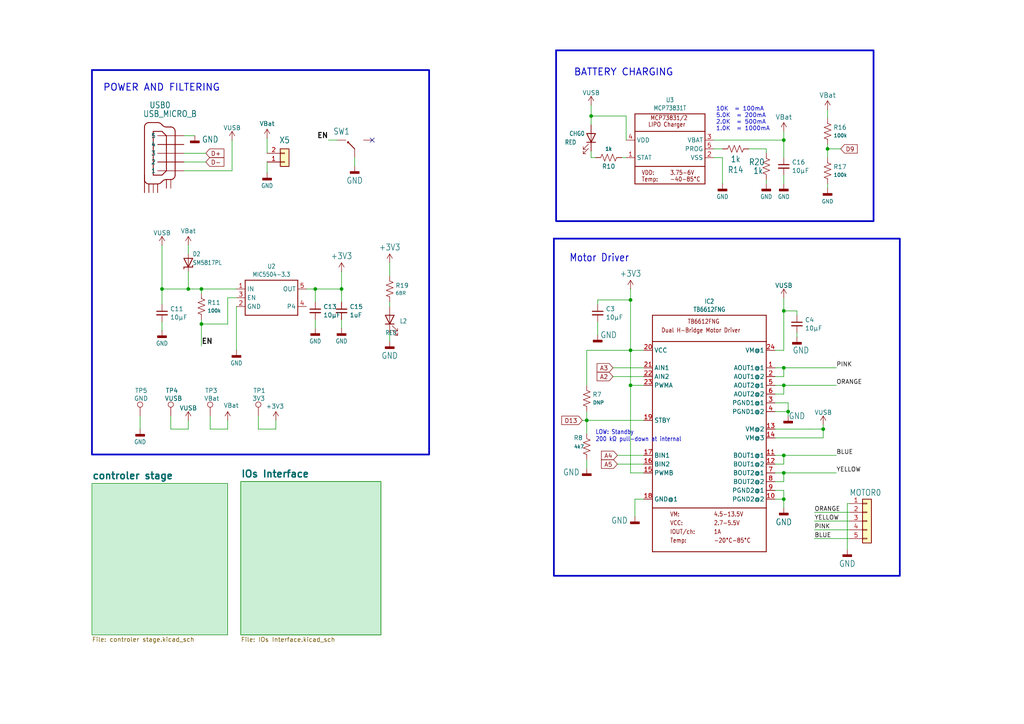
<source format=kicad_sch>
(kicad_sch (version 20250114) (generator "eeschema") (generator_version "9.0")
  (paper "A4")
  (lib_symbols
    (symbol "Connector:TestPoint" (pin_numbers (hide yes)) (pin_names (offset 0.762) (hide yes))
      (property "Reference" "TP" (at 0 6.858 0))
      (property "Value" "TestPoint" (at 0 5.08 0))
      (symbol "TestPoint_0_1"
        (circle (center 0 3.302) (radius 0.762))
      )
      (symbol "TestPoint_1_1"
        (pin passive line (at 0 0 90) (length 2.54) (name "1") (number "1"))
      )
    )
    (symbol "Connector_Generic:Conn_01x02" (pin_names (offset 1.016) (hide yes))
      (property "Reference" "J" (at 0 2.54 0))
      (property "Value" "Conn_01x02" (at 0 -5.08 0))
      (symbol "Conn_01x02_1_1"
        (rectangle (start -1.27 1.27) (end 1.27 -3.81) (stroke (width 0.254)) (fill (type background)))
        (rectangle (start -1.27 0.127) (end 0 -0.127) (stroke (width 0.1524)))
        (rectangle (start -1.27 -2.413) (end 0 -2.667) (stroke (width 0.1524)))
        (pin passive line (at -5.08 0 0) (length 3.81) (name "Pin_1") (number "1"))
        (pin passive line (at -5.08 -2.54 0) (length 3.81) (name "Pin_2") (number "2"))
      )
    )
    (symbol "Connector_Generic:Conn_01x05" (pin_names (offset 1.016) (hide yes))
      (property "Reference" "J" (at 0 7.62 0))
      (property "Value" "Conn_01x05" (at 0 -7.62 0))
      (symbol "Conn_01x05_1_1"
        (rectangle (start -1.27 6.35) (end 1.27 -6.35) (stroke (width 0.254)) (fill (type background)))
        (rectangle (start -1.27 5.207) (end 0 4.953) (stroke (width 0.1524)))
        (rectangle (start -1.27 2.667) (end 0 2.413) (stroke (width 0.1524)))
        (rectangle (start -1.27 0.127) (end 0 -0.127) (stroke (width 0.1524)))
        (rectangle (start -1.27 -2.413) (end 0 -2.667) (stroke (width 0.1524)))
        (rectangle (start -1.27 -4.953) (end 0 -5.207) (stroke (width 0.1524)))
        (pin passive line (at -5.08 5.08 0) (length 3.81) (name "Pin_1") (number "1"))
        (pin passive line (at -5.08 2.54 0) (length 3.81) (name "Pin_2") (number "2"))
        (pin passive line (at -5.08 0 0) (length 3.81) (name "Pin_3") (number "3"))
        (pin passive line (at -5.08 -2.54 0) (length 3.81) (name "Pin_4") (number "4"))
        (pin passive line (at -5.08 -5.08 0) (length 3.81) (name "Pin_5") (number "5"))
      )
    )
    (symbol "Device:C_Small" (pin_numbers (hide yes)) (pin_names (offset 0.254) (hide yes))
      (property "Reference" "C" (at 0.254 1.778 0))
      (property "Value" "C_Small" (at 0.254 -2.032 0))
      (symbol "C_Small_0_1"
        (polyline (pts (xy -1.524 0.508) (xy 1.524 0.508)) (stroke (width 0.3048)))
        (polyline (pts (xy -1.524 -0.508) (xy 1.524 -0.508)) (stroke (width 0.3302)))
      )
      (symbol "C_Small_1_1"
        (pin passive line (at 0 2.54 270) (length 2.032) (name "~") (number "1"))
        (pin passive line (at 0 -2.54 90) (length 2.032) (name "~") (number "2"))
      )
    )
    (symbol "Device:LED" (pin_numbers (hide yes)) (pin_names (offset 1.016) (hide yes))
      (property "Reference" "D" (at 0 2.54 0))
      (property "Value" "LED" (at 0 -2.54 0))
      (symbol "LED_0_1"
        (polyline (pts (xy -3.048 -0.762) (xy -4.572 -2.286) (xy -3.81 -2.286) (xy -4.572 -2.286) (xy -4.572 -1.524)))
        (polyline (pts (xy -1.778 -0.762) (xy -3.302 -2.286) (xy -2.54 -2.286) (xy -3.302 -2.286) (xy -3.302 -1.524)))
        (polyline (pts (xy -1.27 0) (xy 1.27 0)))
        (polyline (pts (xy -1.27 -1.27) (xy -1.27 1.27)) (stroke (width 0.254)))
        (polyline (pts (xy 1.27 -1.27) (xy 1.27 1.27) (xy -1.27 0) (xy 1.27 -1.27)) (stroke (width 0.254)))
      )
      (symbol "LED_1_1"
        (pin passive line (at -3.81 0 0) (length 2.54) (name "K") (number "1"))
        (pin passive line (at 3.81 0 180) (length 2.54) (name "A") (number "2"))
      )
    )
    (symbol "Device:R_US" (pin_numbers (hide yes)) (pin_names (offset 0))
      (property "Reference" "R" (at 2.54 0 90))
      (property "Value" "R_US" (at -2.54 0 90))
      (symbol "R_US_0_1"
        (polyline (pts (xy 0 2.286) (xy 0 2.54)))
        (polyline (pts (xy 0 2.286) (xy 1.016 1.905) (xy 0 1.524) (xy -1.016 1.143) (xy 0 0.762)))
        (polyline (pts (xy 0 0.762) (xy 1.016 0.381) (xy 0 0) (xy -1.016 -0.381) (xy 0 -0.762)))
        (polyline (pts (xy 0 -0.762) (xy 1.016 -1.143) (xy 0 -1.524) (xy -1.016 -1.905) (xy 0 -2.286)))
        (polyline (pts (xy 0 -2.286) (xy 0 -2.54)))
      )
      (symbol "R_US_1_1"
        (pin passive line (at 0 3.81 270) (length 1.27) (name "~") (number "1"))
        (pin passive line (at 0 -3.81 90) (length 1.27) (name "~") (number "2"))
      )
    )
    (symbol "FED3 SymbLib:DIODE-SCHOTTKYSOD-123"
      (property "Reference" "D" (at 0 2.54 0))
      (symbol "DIODE-SCHOTTKYSOD-123_1_0"
        (polyline (pts (xy -1.27 1.27) (xy -1.27 -1.27)) (stroke (width 0.254)))
        (polyline (pts (xy -1.27 -1.27) (xy 1.27 0)) (stroke (width 0.254)))
        (polyline (pts (xy 1.27 1.27) (xy 0.762 1.27)) (stroke (width 0.254)))
        (polyline (pts (xy 1.27 1.27) (xy 1.27 0)) (stroke (width 0.254)))
        (polyline (pts (xy 1.27 0) (xy -1.27 1.27)) (stroke (width 0.254)))
        (polyline (pts (xy 1.27 0) (xy 1.27 -1.27)) (stroke (width 0.254)))
        (polyline (pts (xy 1.27 -1.27) (xy 1.778 -1.27)) (stroke (width 0.254)))
        (pin passive line (at -2.54 0 0) (length 2.54) (name "A") (number "2"))
        (pin passive line (at 2.54 0 180) (length 2.54) (name "K") (number "1"))
      )
    )
    (symbol "FED3 SymbLib:MCP73831/2"
      (property "Reference" "U" (at -10.16 11.43 0))
      (symbol "MCP73831/2_1_0"
        (polyline (pts (xy -10.16 10.16) (xy -10.16 5.08)) (stroke (width 0.254)))
        (polyline (pts (xy -10.16 10.16) (xy 10.16 10.16)) (stroke (width 0.254)))
        (polyline (pts (xy -10.16 5.08) (xy 10.16 5.08)) (stroke (width 0.254)))
        (polyline (pts (xy -10.16 -5.08) (xy -10.16 5.08)) (stroke (width 0.254)))
        (polyline (pts (xy -10.16 -5.08) (xy -10.16 -10.16)) (stroke (width 0.254)))
        (polyline (pts (xy 10.16 10.16) (xy 10.16 5.08)) (stroke (width 0.254)))
        (polyline (pts (xy 10.16 5.08) (xy 10.16 -5.08)) (stroke (width 0.254)))
        (polyline (pts (xy 10.16 -5.08) (xy -10.16 -5.08)) (stroke (width 0.254)))
        (polyline (pts (xy 10.16 -5.08) (xy 10.16 -10.16)) (stroke (width 0.254)))
        (polyline (pts (xy 10.16 -10.16) (xy -10.16 -10.16)) (stroke (width 0.254)))
        (text "VDD:" (at -8.255 -7.62 0) (effects (font (size 1.27 1.0795)) (justify left bottom)))
        (text "Temp:" (at -8.255 -9.525 0) (effects (font (size 1.27 1.0795)) (justify left bottom)))
        (text "LIPO Charger" (at -6.35 6.35 0) (effects (font (size 1.27 1.0795)) (justify left bottom)))
        (text "MCP73831/2" (at -5.715 8.255 0) (effects (font (size 1.27 1.0795)) (justify left bottom)))
        (text "3.75-6V" (at 0 -7.62 0) (effects (font (size 1.27 1.0795)) (justify left bottom)))
        (text "-40-85°C" (at 0 -9.525 0) (effects (font (size 1.27 1.0795)) (justify left bottom)))
        (pin power_in line (at -12.7 2.54 0) (length 2.54) (name "VDD") (number "4"))
        (pin output line (at -12.7 -2.54 0) (length 2.54) (name "STAT") (number "1"))
        (pin power_in line (at 12.7 2.54 180) (length 2.54) (name "VBAT") (number "3"))
        (pin input line (at 12.7 0 180) (length 2.54) (name "PROG") (number "5"))
        (pin power_in line (at 12.7 -2.54 180) (length 2.54) (name "VSS") (number "2"))
      )
    )
    (symbol "FED3 SymbLib:SSSS811101"
      (symbol "SSSS811101_1_0"
        (circle (center -1.905 -0.635) (radius 0.0567) (stroke (width 0.254)))
        (polyline (pts (xy 0 -2.54) (xy -1.905 -0.635)) (stroke (width 0.254)))
        (pin bidirectional line (at -5.08 0 0) (length 2.54) (name "1") (number "1"))
        (pin bidirectional line (at -5.08 -3.81 90) (length 2.54) (hide yes) (name "SHIELD@1") (number "SHIELD@1"))
        (pin bidirectional line (at -3.81 -3.81 90) (length 2.54) (hide yes) (name "SHIELD@2") (number "SHIELD@2"))
        (pin bidirectional line (at -2.54 -3.81 90) (length 2.54) (hide yes) (name "SHIELD@3") (number "SHIELD@3"))
        (pin bidirectional line (at -1.27 -3.81 90) (length 2.54) (hide yes) (name "SHIELD@4") (number "SHIELD@4"))
        (pin bidirectional line (at 0 -5.08 90) (length 2.54) (name "2") (number "2"))
        (pin bidirectional line (at 5.08 0 180) (length 2.54) (name "3") (number "3"))
      )
    )
    (symbol "FED3 SymbLib:TB6612FNGSSOP"
      (property "Reference" "U" (at -15.24 35.56 0))
      (symbol "TB6612FNGSSOP_1_0"
        (polyline (pts (xy -15.24 33.02) (xy 17.78 33.02)) (stroke (width 0.254)))
        (polyline (pts (xy -15.24 25.4) (xy -15.24 33.02)) (stroke (width 0.254)))
        (polyline (pts (xy -15.24 25.4) (xy 17.78 25.4)) (stroke (width 0.254)))
        (polyline (pts (xy -15.24 -22.86) (xy -15.24 25.4)) (stroke (width 0.254)))
        (polyline (pts (xy -15.24 -22.86) (xy -15.24 -35.56)) (stroke (width 0.254)))
        (polyline (pts (xy -15.24 -35.56) (xy 17.78 -35.56)) (stroke (width 0.254)))
        (polyline (pts (xy 17.78 33.02) (xy 17.78 25.4)) (stroke (width 0.254)))
        (polyline (pts (xy 17.78 25.4) (xy 17.78 -22.86)) (stroke (width 0.254)))
        (polyline (pts (xy 17.78 -22.86) (xy -15.24 -22.86)) (stroke (width 0.254)))
        (polyline (pts (xy 17.78 -35.56) (xy 17.78 -22.86)) (stroke (width 0.254)))
        (text "Dual H-Bridge Motor Driver" (at -12.7 27.94 0) (effects (font (size 1.27 1.0795)) (justify left bottom)))
        (text "VM:" (at -10.16 -25.4 0) (effects (font (size 1.27 1.0795)) (justify left bottom)))
        (text "VCC:" (at -10.16 -27.94 0) (effects (font (size 1.27 1.0795)) (justify left bottom)))
        (text "IOUT/ch:" (at -10.16 -30.48 0) (effects (font (size 1.27 1.0795)) (justify left bottom)))
        (text "Temp:" (at -10.16 -33.02 0) (effects (font (size 1.27 1.0795)) (justify left bottom)))
        (text "TB6612FNG" (at -5.08 30.48 0) (effects (font (size 1.27 1.0795)) (justify left bottom)))
        (text "4.5-13.5V" (at 2.54 -25.4 0) (effects (font (size 1.27 1.0795)) (justify left bottom)))
        (text "2.7-5.5V" (at 2.54 -27.94 0) (effects (font (size 1.27 1.0795)) (justify left bottom)))
        (text "1A" (at 2.54 -30.48 0) (effects (font (size 1.27 1.0795)) (justify left bottom)))
        (text "-20°C-85°C" (at 2.54 -33.02 0) (effects (font (size 1.27 1.0795)) (justify left bottom)))
        (pin power_in line (at -17.78 22.86 0) (length 2.54) (name "VCC") (number "20"))
        (pin input line (at -17.78 17.78 0) (length 2.54) (name "AIN1") (number "21"))
        (pin input line (at -17.78 15.24 0) (length 2.54) (name "AIN2") (number "22"))
        (pin input line (at -17.78 12.7 0) (length 2.54) (name "PWMA") (number "23"))
        (pin input line (at -17.78 2.54 0) (length 2.54) (name "STBY") (number "19"))
        (pin input line (at -17.78 -7.62 0) (length 2.54) (name "BIN1") (number "17"))
        (pin input line (at -17.78 -10.16 0) (length 2.54) (name "BIN2") (number "16"))
        (pin input line (at -17.78 -12.7 0) (length 2.54) (name "PWMB") (number "15"))
        (pin power_in line (at -17.78 -20.32 0) (length 2.54) (name "GND@1") (number "18"))
        (pin power_in line (at 20.32 22.86 180) (length 2.54) (name "VM@1") (number "24"))
        (pin output line (at 20.32 17.78 180) (length 2.54) (name "AOUT1@1") (number "1"))
        (pin output line (at 20.32 15.24 180) (length 2.54) (name "AOUT1@2") (number "2"))
        (pin output line (at 20.32 12.7 180) (length 2.54) (name "AOUT2@1") (number "5"))
        (pin output line (at 20.32 10.16 180) (length 2.54) (name "AOUT2@2") (number "6"))
        (pin power_in line (at 20.32 7.62 180) (length 2.54) (name "PGND1@1") (number "3"))
        (pin power_in line (at 20.32 5.08 180) (length 2.54) (name "PGND1@2") (number "4"))
        (pin power_in line (at 20.32 0 180) (length 2.54) (name "VM@2") (number "13"))
        (pin power_in line (at 20.32 -2.54 180) (length 2.54) (name "VM@3") (number "14"))
        (pin output line (at 20.32 -7.62 180) (length 2.54) (name "BOUT1@1") (number "11"))
        (pin output line (at 20.32 -10.16 180) (length 2.54) (name "BOUT1@2") (number "12"))
        (pin output line (at 20.32 -12.7 180) (length 2.54) (name "BOUT2@1") (number "7"))
        (pin output line (at 20.32 -15.24 180) (length 2.54) (name "BOUT2@2") (number "8"))
        (pin power_in line (at 20.32 -17.78 180) (length 2.54) (name "PGND2@1") (number "9"))
        (pin power_in line (at 20.32 -20.32 180) (length 2.54) (name "PGND2@2") (number "10"))
      )
    )
    (symbol "FED3 SymbLib:USB_MICRO_B"
      (symbol "USB_MICRO_B_1_0"
        (polyline (pts (xy -6.35 7.62) (xy -6.35 -7.62)) (stroke (width 0.254)))
        (polyline (pts (xy -5.08 8.89) (xy -2.54 8.89)) (stroke (width 0.254)))
        (polyline (pts (xy -5.08 -8.89) (xy -2.54 -8.89)) (stroke (width 0.254)))
        (arc (start -6.35 7.62) (mid -5.978 8.518) (end -5.08 8.89) (stroke (width 0.254)))
        (arc (start -5.08 -8.89) (mid -5.978 -8.518) (end -6.35 -7.62) (stroke (width 0.254)))
        (polyline (pts (xy -3.81 6.35) (xy -1.27 6.35)) (stroke (width 0.254)))
        (polyline (pts (xy -3.81 -6.35) (xy -3.81 6.35)) (stroke (width 0.254)))
        (arc (start -2.54 8.89) (mid -1.83 8.7224) (end -1.2699 8.255) (stroke (width 0.254)))
        (arc (start -1.2699 -8.255) (mid -1.83 -8.7224) (end -2.54 -8.89) (stroke (width 0.254)))
        (polyline (pts (xy -1.27 6.35) (xy 0 5.08)) (stroke (width 0.254)))
        (polyline (pts (xy -1.27 -6.35) (xy -3.81 -6.35)) (stroke (width 0.254)))
        (arc (start 0 7.62) (mid -0.71 7.7876) (end -1.27 8.255) (stroke (width 0.254)))
        (arc (start -1.27 -8.255) (mid -0.71 -7.7876) (end 0 -7.62) (stroke (width 0.254)))
        (polyline (pts (xy 0 7.62) (xy 1.27 7.62)) (stroke (width 0.254)))
        (polyline (pts (xy 0 5.08) (xy 0 -5.08)) (stroke (width 0.254)))
        (polyline (pts (xy 0 -5.08) (xy -1.27 -6.35)) (stroke (width 0.254)))
        (polyline (pts (xy 0 -7.62) (xy 1.27 -7.62)) (stroke (width 0.254)))
        (arc (start 1.27 7.62) (mid 2.168 7.248) (end 2.54 6.35) (stroke (width 0.254)))
        (arc (start 2.54 -6.35) (mid 2.168 -7.248) (end 1.27 -7.62) (stroke (width 0.254)))
        (polyline (pts (xy 2.54 -6.35) (xy 2.54 6.35)) (stroke (width 0.254)))
        (pin bidirectional line (at -6.35 -11.43 90) (length 5.08) (name "P$4") (number "SHIELD_4"))
        (pin bidirectional line (at -5.08 -11.43 90) (length 2.54) (name "P$3") (number "SHIELD_2"))
        (pin bidirectional line (at -3.81 -11.43 90) (length 2.54) (name "P$2") (number "SHIELD_1"))
        (pin bidirectional line (at -2.54 -11.43 90) (length 2.54) (name "P$1") (number "SHIELD_3"))
        (pin bidirectional line (at 0 -10.16 90) (length 2.54) (name "P$6") (number "P$7"))
        (pin bidirectional line (at 1.27 -10.16 90) (length 2.54) (name "P$5") (number "P$6"))
        (pin bidirectional line (at 5.08 5.08 180) (length 7.62) (name "5") (number "P$5"))
        (pin bidirectional line (at 5.08 2.54 180) (length 7.62) (name "4") (number "P$4"))
        (pin bidirectional line (at 5.08 0 180) (length 7.62) (name "3") (number "P$3"))
        (pin bidirectional line (at 5.08 -2.54 180) (length 7.62) (name "2") (number "P$2"))
        (pin bidirectional line (at 5.08 -5.08 180) (length 7.62) (name "1") (number "P$1"))
      )
    )
    (symbol "FED3 SymbLib:VREG_SOT23-5"
      (property "Reference" "U" (at -7.62 6.096 0))
      (symbol "VREG_SOT23-5_1_0"
        (polyline (pts (xy -7.62 5.08) (xy 7.62 5.08)) (stroke (width 0.254)))
        (polyline (pts (xy -7.62 -5.08) (xy -7.62 5.08)) (stroke (width 0.254)))
        (polyline (pts (xy 7.62 5.08) (xy 7.62 -5.08)) (stroke (width 0.254)))
        (polyline (pts (xy 7.62 -5.08) (xy -7.62 -5.08)) (stroke (width 0.254)))
        (pin power_in line (at -10.16 2.54 0) (length 2.54) (name "IN") (number "1"))
        (pin input line (at -10.16 0 0) (length 2.54) (name "EN") (number "3"))
        (pin power_in line (at -10.16 -2.54 0) (length 2.54) (name "GND") (number "2"))
        (pin power_in line (at 10.16 2.54 180) (length 2.54) (name "OUT") (number "5"))
        (pin bidirectional line (at 10.16 -2.54 180) (length 2.54) (name "P4") (number "4"))
      )
    )
    (symbol "FED3 SymbLib:VUSB" (power) (pin_numbers (hide yes)) (pin_names (offset 0) (hide yes))
      (property "Value" "VUSB" (at 0 3.556 0))
      (symbol "VUSB_0_1"
        (polyline (pts (xy -0.762 1.27) (xy 0 2.54)))
        (polyline (pts (xy 0 2.54) (xy 0.762 1.27)))
        (polyline (pts (xy 0 0) (xy 0 2.54)))
      )
      (symbol "VUSB_1_1"
        (pin power_in line (at 0 0 90) (length 0) (name "~") (number "1"))
      )
    )
    (symbol "FED3 SymbLib:V_Batt" (power) (pin_numbers (hide yes)) (pin_names (offset 0) (hide yes))
      (property "Value" "V_Batt" (at 0 3.556 0))
      (symbol "V_Batt_0_1"
        (polyline (pts (xy -0.762 1.27) (xy 0 2.54)))
        (polyline (pts (xy 0 2.54) (xy 0.762 1.27)))
        (polyline (pts (xy 0 0) (xy 0 2.54)))
      )
      (symbol "V_Batt_1_1"
        (pin power_in line (at 0 0 90) (length 0) (name "~") (number "1"))
      )
    )
    (symbol "FED3_v7.3 SymLib:VUSB" (power) (pin_numbers (hide yes)) (pin_names (offset 0) (hide yes))
      (property "Value" "VUSB" (at 0 3.556 0))
      (symbol "VUSB_0_1"
        (polyline (pts (xy -0.762 1.27) (xy 0 2.54)))
        (polyline (pts (xy 0 2.54) (xy 0.762 1.27)))
        (polyline (pts (xy 0 0) (xy 0 2.54)))
      )
      (symbol "VUSB_1_1"
        (pin power_in line (at 0 0 90) (length 0) (name "~") (number "1"))
      )
    )
    (symbol "power:+3V3" (power) (pin_numbers (hide yes)) (pin_names (offset 0) (hide yes))
      (property "Value" "+3V3" (at 0 3.556 0))
      (symbol "+3V3_0_1"
        (polyline (pts (xy -0.762 1.27) (xy 0 2.54)))
        (polyline (pts (xy 0 2.54) (xy 0.762 1.27)))
        (polyline (pts (xy 0 0) (xy 0 2.54)))
      )
      (symbol "+3V3_1_1"
        (pin power_in line (at 0 0 90) (length 0) (name "~") (number "1"))
      )
    )
    (symbol "power:GNDD" (power) (pin_numbers (hide yes)) (pin_names (offset 0) (hide yes))
      (property "Value" "GNDD" (at 0 -3.175 0))
      (symbol "GNDD_0_1"
        (rectangle (start -1.27 -1.524) (end 1.27 -2.032) (stroke (width 0.254)) (fill (type outline)))
        (polyline (pts (xy 0 0) (xy 0 -1.524)))
      )
      (symbol "GNDD_1_1"
        (pin power_in line (at 0 0 270) (length 0) (name "~") (number "1"))
      )
    )
  )
  (rectangle (start 161.29 14.605) (end 253.365 64.135) (stroke (width 0.5)))
  (rectangle (start 160.655 69.215) (end 260.985 167.005) (stroke (width 0.5)))
  (rectangle (start 26.67 20.32) (end 124.46 131.826) (stroke (width 0.5)))
  (text "Motor Driver" (at 165.1 76.2 0) (effects (font (size 2.1844 1.8567) (thickness 0.2321)) (justify left bottom)))
  (text "POWER AND FILTERING" (at 29.845 26.67 0) (effects (font (size 2 2) (thickness 0.25)) (justify left bottom)))
  (text "5.0K  = 200mA" (at 207.645 34.29 0) (effects (font (size 1.2 1.2)) (justify left bottom)))
  (text "BATTERY CHARGING" (at 166.37 22.225 0) (effects (font (size 2 2) (thickness 0.25)) (justify left bottom)))
  (text "2.0K  = 500mA" (at 207.645 36.195 0) (effects (font (size 1.2 1.2)) (justify left bottom)))
  (text "1.0K  = 1000mA" (at 207.645 38.1 0) (effects (font (size 1.2 1.2)) (justify left bottom)))
  (text "10K  = 100mA" (at 207.645 32.385 0) (effects (font (size 1.2 1.2)) (justify left bottom)))
  (text "LOW: Standby\n200 kΩ pull-down at internal" (at 172.72 128.27 0) (effects (font (size 1.27 1.0795)) (justify left bottom)))
  (junction (at 227.33 137.16))
  (junction (at 58.42 93.98))
  (junction (at 240.03 43.18))
  (junction (at 170.18 121.92))
  (junction (at 227.33 40.64))
  (junction (at 228.6 119.38))
  (junction (at 182.88 111.76))
  (junction (at 227.33 106.68))
  (junction (at 227.33 111.76))
  (junction (at 99.06 83.82))
  (junction (at 46.99 83.82))
  (junction (at 91.44 83.82))
  (junction (at 58.42 83.82))
  (junction (at 238.76 124.46))
  (junction (at 182.88 86.995))
  (junction (at 182.88 101.6))
  (junction (at 227.33 132.08))
  (junction (at 54.61 83.82))
  (junction (at 227.33 144.78))
  (junction (at 227.33 90.17))
  (junction (at 171.45 33.655))
  (no_connect (at 107.95 40.64))
  (wire (pts (xy 224.79 124.46) (xy 234.95 124.46)) (stroke (width 0.1524)))
  (wire (pts (xy 228.6 116.84) (xy 228.6 119.38)) (stroke (width 0.1524)))
  (wire (pts (xy 171.45 33.655) (xy 181.61 33.655)) (stroke (width 0.1524)))
  (wire (pts (xy 224.79 114.3) (xy 227.33 114.3)) (stroke (width 0.1524)))
  (wire (pts (xy 77.47 50.165) (xy 77.47 46.99)) (stroke (width 0.1524)))
  (wire (pts (xy 58.42 83.82) (xy 68.58 83.82)) (stroke (width 0.1524)))
  (wire (pts (xy 224.79 127) (xy 238.76 127)) (stroke (width 0.1524)))
  (wire (pts (xy 54.61 71.12) (xy 54.61 73.66)) (stroke (width 0.1524)))
  (wire (pts (xy 60.96 120.65) (xy 60.96 124.46)))
  (wire (pts (xy 60.96 124.46) (xy 66.04 124.46)))
  (wire (pts (xy 184.15 147.32) (xy 184.15 149.86)))
  (wire (pts (xy 182.88 86.995) (xy 182.88 83.82)) (stroke (width 0.1524)))
  (wire (pts (xy 80.01 124.46) (xy 80.01 121.92)))
  (wire (pts (xy 97.79 40.64) (xy 95.25 40.64)) (stroke (width 0.1524)))
  (wire (pts (xy 102.87 45.72) (xy 102.87 48.26)) (stroke (width 0.1524)))
  (wire (pts (xy 224.79 109.22) (xy 227.33 109.22)) (stroke (width 0.1524)))
  (wire (pts (xy 46.99 93.345) (xy 46.99 95.885)) (stroke (width 0.1524)))
  (wire (pts (xy 227.33 40.64) (xy 227.33 45.72)) (stroke (width 0.1524)))
  (wire (pts (xy 171.45 36.195) (xy 171.45 33.655)) (stroke (width 0.1524)))
  (wire (pts (xy 231.14 91.44) (xy 231.14 90.17)) (stroke (width 0.1524)))
  (wire (pts (xy 246.38 153.67) (xy 236.22 153.67)) (stroke (width 0.1524)))
  (wire (pts (xy 91.44 83.82) (xy 99.06 83.82)) (stroke (width 0.1524)))
  (wire (pts (xy 58.42 85.09) (xy 58.42 83.82)))
  (wire (pts (xy 227.33 106.68) (xy 242.57 106.68)) (stroke (width 0.1524)))
  (wire (pts (xy 209.55 45.72) (xy 209.55 53.34)) (stroke (width 0.1524)))
  (wire (pts (xy 227.33 132.08) (xy 242.57 132.08)) (stroke (width 0.1524)))
  (wire (pts (xy 227.33 139.7) (xy 227.33 137.16)) (stroke (width 0.1524)))
  (wire (pts (xy 91.44 92.71) (xy 91.44 95.25)) (stroke (width 0.1524)))
  (wire (pts (xy 227.33 38.1) (xy 227.33 40.64)))
  (wire (pts (xy 186.69 132.08) (xy 179.07 132.08)) (stroke (width 0.1524)))
  (wire (pts (xy 182.88 111.76) (xy 182.88 137.16)) (stroke (width 0.1524)))
  (wire (pts (xy 55.88 83.82) (xy 58.42 83.82)))
  (wire (pts (xy 170.18 133.35) (xy 170.18 135.89)) (stroke (width 0.1524)))
  (wire (pts (xy 238.76 123.19) (xy 238.76 124.46)))
  (wire (pts (xy 40.64 120.65) (xy 40.64 124.46)))
  (wire (pts (xy 207.01 45.72) (xy 209.55 45.72)) (stroke (width 0.1524)))
  (wire (pts (xy 227.33 90.17) (xy 227.33 101.6)) (stroke (width 0.1524)))
  (wire (pts (xy 59.69 44.45) (xy 53.34 44.45)))
  (wire (pts (xy 91.44 85.09) (xy 91.44 83.82)) (stroke (width 0.1524)))
  (wire (pts (xy 227.33 144.78) (xy 227.33 147.32)) (stroke (width 0.1524)))
  (wire (pts (xy 240.03 53.34) (xy 240.03 54.61)))
  (wire (pts (xy 99.06 83.82) (xy 99.06 85.09)) (stroke (width 0.1524)))
  (wire (pts (xy 238.76 124.46) (xy 238.76 127)))
  (wire (pts (xy 168.91 121.92) (xy 170.18 121.92)) (stroke (width 0.1524)))
  (wire (pts (xy 186.69 111.76) (xy 182.88 111.76)) (stroke (width 0.1524)))
  (wire (pts (xy 227.33 90.17) (xy 231.14 90.17)) (stroke (width 0.1524)))
  (wire (pts (xy 173.355 88.265) (xy 173.355 86.995)) (stroke (width 0.1524)))
  (wire (pts (xy 224.79 106.68) (xy 227.33 106.68)) (stroke (width 0.1524)))
  (wire (pts (xy 171.45 43.815) (xy 171.45 45.72)) (stroke (width 0.1524)))
  (wire (pts (xy 99.06 85.09) (xy 99.06 87.63)))
  (wire (pts (xy 222.25 44.45) (xy 222.25 43.18)))
  (wire (pts (xy 173.355 86.995) (xy 182.88 86.995)) (stroke (width 0.1524)))
  (wire (pts (xy 74.93 120.65) (xy 74.93 124.46)))
  (wire (pts (xy 246.38 156.21) (xy 236.22 156.21)) (stroke (width 0.1524)))
  (wire (pts (xy 224.79 119.38) (xy 228.6 119.38)) (stroke (width 0.1524)))
  (wire (pts (xy 228.6 119.38) (xy 228.6 120.65)) (stroke (width 0.1524)))
  (wire (pts (xy 99.06 92.71) (xy 99.06 95.25)) (stroke (width 0.1524)))
  (wire (pts (xy 170.18 119.38) (xy 170.18 121.92)) (stroke (width 0.1524)))
  (wire (pts (xy 113.03 76.2) (xy 113.03 80.01)) (stroke (width 0.1524)))
  (wire (pts (xy 227.33 40.64) (xy 207.01 40.64)) (stroke (width 0.1524)))
  (wire (pts (xy 243.84 43.18) (xy 240.03 43.18)))
  (wire (pts (xy 246.38 151.13) (xy 236.22 151.13)) (stroke (width 0.1524)))
  (wire (pts (xy 224.79 137.16) (xy 227.33 137.16)) (stroke (width 0.1524)))
  (wire (pts (xy 227.33 111.76) (xy 227.33 114.3)) (stroke (width 0.1524)))
  (wire (pts (xy 246.38 146.05) (xy 245.745 146.05)) (stroke (width 0.1524)))
  (wire (pts (xy 91.44 85.09) (xy 91.44 87.63)))
  (wire (pts (xy 186.69 109.22) (xy 177.8 109.22)) (stroke (width 0.1524)))
  (wire (pts (xy 186.69 134.62) (xy 179.07 134.62)) (stroke (width 0.1524)))
  (wire (pts (xy 74.93 124.46) (xy 80.01 124.46)))
  (wire (pts (xy 67.31 40.64) (xy 67.31 49.53)) (stroke (width 0.1524)))
  (wire (pts (xy 227.33 86.36) (xy 227.33 90.17)) (stroke (width 0.1524)))
  (wire (pts (xy 66.04 124.46) (xy 66.04 121.92)))
  (wire (pts (xy 170.18 101.6) (xy 182.88 101.6)) (stroke (width 0.1524)))
  (wire (pts (xy 224.79 139.7) (xy 227.33 139.7)) (stroke (width 0.1524)))
  (wire (pts (xy 224.79 142.24) (xy 227.33 142.24)) (stroke (width 0.1524)))
  (wire (pts (xy 58.42 92.71) (xy 58.42 93.98)) (stroke (width 0.1524)))
  (wire (pts (xy 180.34 45.72) (xy 181.61 45.72)) (stroke (width 0.1524)))
  (wire (pts (xy 224.79 144.78) (xy 227.33 144.78)) (stroke (width 0.1524)))
  (wire (pts (xy 231.14 96.52) (xy 231.14 97.79)))
  (wire (pts (xy 59.69 46.99) (xy 53.34 46.99)))
  (wire (pts (xy 238.76 124.46) (xy 234.95 124.46)))
  (wire (pts (xy 227.33 142.24) (xy 227.33 144.78)) (stroke (width 0.1524)))
  (wire (pts (xy 99.06 83.82) (xy 99.06 78.74)) (stroke (width 0.1524)))
  (wire (pts (xy 171.45 30.48) (xy 171.45 33.655)) (stroke (width 0.1524)))
  (wire (pts (xy 227.33 111.76) (xy 242.57 111.76)) (stroke (width 0.1524)))
  (wire (pts (xy 77.47 40.005) (xy 77.47 44.45)) (stroke (width 0.1524)))
  (wire (pts (xy 170.18 121.92) (xy 170.18 125.73)) (stroke (width 0.1524)))
  (wire (pts (xy 224.79 132.08) (xy 227.33 132.08)) (stroke (width 0.1524)))
  (wire (pts (xy 66.04 93.98) (xy 66.04 86.36)) (stroke (width 0.1524)))
  (wire (pts (xy 186.69 101.6) (xy 182.88 101.6)) (stroke (width 0.1524)))
  (wire (pts (xy 68.58 88.9) (xy 68.58 101.6)) (stroke (width 0.1524)))
  (wire (pts (xy 46.99 71.12) (xy 46.99 83.82)) (stroke (width 0.1524)))
  (wire (pts (xy 227.33 101.6) (xy 224.79 101.6)))
  (wire (pts (xy 170.18 121.92) (xy 186.69 121.92)) (stroke (width 0.1524)))
  (wire (pts (xy 222.25 52.07) (xy 222.25 53.34)))
  (wire (pts (xy 224.79 134.62) (xy 227.33 134.62)) (stroke (width 0.1524)))
  (wire (pts (xy 228.6 116.84) (xy 224.79 116.84)) (stroke (width 0.1524)))
  (wire (pts (xy 224.79 111.76) (xy 227.33 111.76)) (stroke (width 0.1524)))
  (wire (pts (xy 182.88 101.6) (xy 182.88 111.76)) (stroke (width 0.1524)))
  (wire (pts (xy 58.42 93.98) (xy 66.04 93.98)) (stroke (width 0.1524)))
  (wire (pts (xy 54.61 124.46) (xy 54.61 121.92)))
  (wire (pts (xy 227.33 106.68) (xy 227.33 109.22)) (stroke (width 0.1524)))
  (wire (pts (xy 182.88 101.6) (xy 182.88 86.995)) (stroke (width 0.1524)))
  (wire (pts (xy 173.355 93.345) (xy 173.355 97.155)) (stroke (width 0.1524)))
  (wire (pts (xy 49.53 120.65) (xy 49.53 124.46)))
  (wire (pts (xy 46.99 83.82) (xy 46.99 88.265)) (stroke (width 0.1524)))
  (wire (pts (xy 246.38 148.59) (xy 236.22 148.59)) (stroke (width 0.1524)))
  (wire (pts (xy 186.69 106.68) (xy 177.8 106.68)) (stroke (width 0.1524)))
  (wire (pts (xy 227.33 134.62) (xy 227.33 132.08)) (stroke (width 0.1524)))
  (wire (pts (xy 240.03 43.18) (xy 240.03 41.91)))
  (wire (pts (xy 240.03 31.75) (xy 240.03 34.29)))
  (wire (pts (xy 66.04 86.36) (xy 68.58 86.36)) (stroke (width 0.1524)))
  (wire (pts (xy 54.61 78.74) (xy 54.61 83.82)) (stroke (width 0.1524)))
  (wire (pts (xy 67.31 49.53) (xy 53.34 49.53)) (stroke (width 0.1524)))
  (wire (pts (xy 171.45 45.72) (xy 172.72 45.72)) (stroke (width 0.1524)))
  (wire (pts (xy 222.25 43.18) (xy 217.17 43.18)))
  (wire (pts (xy 181.61 33.655) (xy 181.61 40.64)) (stroke (width 0.1524)))
  (wire (pts (xy 186.69 137.16) (xy 182.88 137.16)) (stroke (width 0.1524)))
  (wire (pts (xy 56.515 39.37) (xy 53.34 39.37)) (stroke (width 0.1524)))
  (wire (pts (xy 186.69 144.78) (xy 184.15 144.78)) (stroke (width 0.1524)))
  (wire (pts (xy 88.9 83.82) (xy 91.44 83.82)) (stroke (width 0.1524)))
  (wire (pts (xy 46.99 83.82) (xy 54.61 83.82)) (stroke (width 0.1524)))
  (wire (pts (xy 184.15 144.78) (xy 184.15 147.32)) (stroke (width 0.1524)))
  (wire (pts (xy 170.18 101.6) (xy 170.18 111.76)) (stroke (width 0.1524)))
  (wire (pts (xy 207.01 43.18) (xy 209.55 43.18)) (stroke (width 0.1524)))
  (wire (pts (xy 227.33 137.16) (xy 242.57 137.16)) (stroke (width 0.1524)))
  (wire (pts (xy 240.03 43.18) (xy 240.03 45.72)))
  (wire (pts (xy 58.42 93.98) (xy 58.42 100.33)) (stroke (width 0.1524)))
  (wire (pts (xy 113.03 87.63) (xy 113.03 88.9)) (stroke (width 0.1524)))
  (wire (pts (xy 54.61 83.82) (xy 55.88 83.82)) (stroke (width 0.1524)))
  (wire (pts (xy 245.745 146.05) (xy 245.745 159.385)))
  (wire (pts (xy 227.33 50.8) (xy 227.33 53.34)))
  (wire (pts (xy 49.53 124.46) (xy 54.61 124.46)))
  (wire (pts (xy 113.03 96.52) (xy 113.03 99.06)) (stroke (width 0.1524)))
  (label "ORANGE" (at 242.57 111.76 0) (effects (font (size 1.2446 1.2446))))
  (label "BLUE" (at 242.57 132.08 0) (effects (font (size 1.2446 1.2446))))
  (label "EN" (at 95.25 40.64 180) (effects (font (size 1.5 1.5) (thickness 0.3) (bold yes))))
  (label "ORANGE" (at 236.22 148.59 0) (effects (font (size 1.2446 1.2446))))
  (label "EN" (at 58.42 100.33 0) (effects (font (size 1.5 1.5) (thickness 0.3) (bold yes))))
  (label "YELLOW" (at 242.57 137.16 0) (effects (font (size 1.2446 1.2446))))
  (label "YELLOW" (at 236.22 151.13 0) (effects (font (size 1.2446 1.2446))))
  (label "BLUE" (at 236.22 156.21 0) (effects (font (size 1.2446 1.2446))))
  (label "PINK" (at 242.57 106.68 0) (effects (font (size 1.2446 1.2446))))
  (label "PINK" (at 236.22 153.67 0) (effects (font (size 1.2446 1.2446))))
  (global_label "A4" (shape input) (at 179.07 132.08 180) (effects (font (size 1.2446 1.2446))) (property "Intersheetrefs" "${INTERSHEET_REFS}" (effects (hide yes))))
  (global_label "A3" (shape input) (at 177.8 106.68 180) (effects (font (size 1.2446 1.2446))) (property "Intersheetrefs" "${INTERSHEET_REFS}" (effects (hide yes))))
  (global_label "D+" (shape input) (at 59.69 44.45 0) (property "Intersheetrefs" "${INTERSHEET_REFS}" (effects (hide yes))))
  (global_label "A2" (shape input) (at 177.8 109.22 180) (effects (font (size 1.2446 1.2446))) (property "Intersheetrefs" "${INTERSHEET_REFS}" (effects (hide yes))))
  (global_label "D13" (shape input) (at 168.91 121.92 180) (effects (font (size 1.2446 1.2446))) (property "Intersheetrefs" "${INTERSHEET_REFS}" (effects (hide yes))))
  (global_label "D-" (shape input) (at 59.69 46.99 0) (property "Intersheetrefs" "${INTERSHEET_REFS}" (effects (hide yes))))
  (global_label "D9" (shape input) (at 243.84 43.18 0) (effects (font (size 1.2446 1.2446))) (property "Intersheetrefs" "${INTERSHEET_REFS}" (effects (hide yes))))
  (global_label "A5" (shape input) (at 179.07 134.62 180) (effects (font (size 1.2446 1.2446))) (property "Intersheetrefs" "${INTERSHEET_REFS}" (effects (hide yes))))
  (symbol (lib_id "FED3 SymbLib:USB_MICRO_B") (at 48.26 44.45 0) (unit 1)
    (property "Reference" "USB0" (at 49.53 30.48 0) (effects (font (size 1.778 1.5113)) (justify right)))
    (property "Value" "USB_MICRO_B" (at 57.15 33.02 0) (effects (font (size 1.778 1.5113)) (justify right)))
    (property "Footprint" "FED3_PCBLib:ZX62D-B-5P8" (effects (hide yes)))
    (property "Description" "USB 2.0 MICRO B R/A  DigiKey H125718CT-ND" (effects (hide yes)))
    (property "OEPSPN" "OEPS070117" (effects (hide yes)))
    (property "MPN" "ZX62D-B-5PA8(30)" (effects (hide yes)))
  )
  (symbol (lib_id "power:+3V3") (at 182.88 83.82 0) (mirror y) (unit 1)
    (property "Reference" "#+3V06" (effects (hide yes)))
    (property "Value" "+3V3" (at 182.88 79.3368 0) (effects (font (size 1.778 1.5113))))
  )
  (symbol (lib_id "Device:R_US") (at 58.42 88.9 0) (unit 1)
    (property "Reference" "R11" (at 60.071 87.7585 0) (effects (justify left)))
    (property "Value" "100k" (at 60.071 90.1122 0) (effects (font (size 1.016 1.016) (thickness 0.2032) (bold yes)) (justify left)))
    (property "Footprint" "Resistor_SMD:R_0402_1005Metric" (effects (hide yes)))
    (property "OEPSPN" "OEPS020019" (effects (hide yes)))
    (property "MPN" "ERJ-2RKF1003X" (effects (hide yes)))
  )
  (symbol (lib_id "FED3 SymbLib:V_Batt") (at 227.33 38.1 0) (unit 1)
    (property "Reference" "#PWR059" (effects (hide yes)))
    (property "Value" "VBat" (at 227.33 33.9669 0) (effects (font (size 1.397 1.397))))
    (property "Description" "Power symbol creates a global label with name \"V_Batt\"" (effects (hide yes)))
  )
  (symbol (lib_id "power:+3V3") (at 99.06 78.74 0) (mirror y) (unit 1)
    (property "Reference" "#+3V02" (effects (hide yes)))
    (property "Value" "+3V3" (at 99.06 74.2568 0) (effects (font (size 1.778 1.5113))))
  )
  (symbol (lib_id "FED3 SymbLib:V_Batt") (at 77.47 40.005 0) (unit 1)
    (property "Reference" "#PWR05" (effects (hide yes)))
    (property "Value" "VBat" (at 77.47 35.8719 0))
    (property "Description" "Power symbol creates a global label with name \"V_Batt\"" (effects (hide yes)))
  )
  (symbol (lib_id "Connector_Generic:Conn_01x02") (at 82.55 46.99 0) (mirror x) (unit 1)
    (property "Reference" "X5" (at 82.55 40.64 0) (effects (font (size 1.778 1.5113))))
    (property "Value" "JST-XH-02" (effects (hide yes)))
    (property "Footprint" "FED3_PCBLib:JST-XH-02-PACKAGE-ROUND-PAD" (effects (hide yes)))
    (property "Description" "Generic connector, single row, 01x02" (effects (hide yes)))
    (property "OEPSPN" "OEPS070028" (effects (hide yes)))
    (property "MPN" "B2B-XH-A(LF)(SN)" (effects (hide yes)))
  )
  (symbol (lib_id "power:GNDD") (at 40.64 124.46 0) (unit 1)
    (property "Reference" "#PWR067" (effects (hide yes)))
    (property "Value" "GND" (at 40.64 128.1702 0) (effects (font (size 1.27 1.0795))))
    (property "Description" "Power symbol creates a global label with name \"GNDD\" , digital ground" (effects (hide yes)))
  )
  (symbol (lib_id "FED3 SymbLib:DIODE-SCHOTTKYSOD-123") (at 54.61 76.2 270) (unit 1)
    (property "Reference" "D2" (at 55.88 73.66 90) (effects (font (size 1.27 1.0795)) (justify left)))
    (property "Value" "SM5817PL" (at 55.88 76.2 90) (effects (font (size 1.27 1.0795)) (justify left)))
    (property "Footprint" "Diode_SMD:D_SOD-123F" (effects (hide yes)))
    (property "Description" "Schottky DC Reverse (Vr) (Max)  20 V  Average Rectified (Io)  1A" (effects (hide yes)))
    (property "OEPSPN" "OEPS030030" (effects (hide yes)))
    (property "MPN" "SM5817PL-TP" (effects (hide yes)))
  )
  (symbol (lib_id "power:GNDD") (at 245.745 159.385 0) (mirror y) (unit 1)
    (property "Reference" "#PWR051" (effects (hide yes)))
    (property "Value" "GND" (at 245.745 163.4872 0) (effects (font (size 1.778 1.5113))))
    (property "Description" "Power symbol creates a global label with name \"GNDD\" , digital ground" (effects (hide yes)))
  )
  (symbol (lib_id "power:GNDD") (at 231.14 97.79 0) (mirror y) (unit 1)
    (property "Reference" "#PWR014" (effects (hide yes)))
    (property "Value" "GND" (at 229.87 101.6 0) (effects (font (size 1.778 1.5113)) (justify right)))
    (property "Description" "Power symbol creates a global label with name \"GNDD\" , digital ground" (effects (hide yes)))
  )
  (symbol (lib_id "FED3 SymbLib:VUSB") (at 67.31 40.64 0) (unit 1)
    (property "Reference" "#PWR03" (effects (hide yes)))
    (property "Value" "VUSB" (at 67.31 37.084 0))
    (property "Description" "Power symbol creates a global label with name \"VUSB\"" (effects (hide yes)))
  )
  (symbol (lib_id "Device:C_Small") (at 91.44 90.17 0) (unit 1)
    (property "Reference" "C13" (at 93.7641 88.9641 0) (effects (justify left)))
    (property "Value" "10µF" (at 93.7641 91.3884 0) (effects (justify left)))
    (property "Footprint" "Capacitor_SMD:C_0402_1005Metric" (effects (hide yes)))
    (property "Description" "Unpolarized capacitor, small symbol" (effects (hide yes)))
    (property "OEPSPN" "OEPS010038" (effects (hide yes)))
    (property "MPN" "CL05A106MP5NUNC" (effects (hide yes)))
  )
  (symbol (lib_id "FED3 SymbLib:VREG_SOT23-5") (at 78.74 86.36 0) (unit 1)
    (property "Reference" "U2" (at 78.74 77.2612 0) (effects (font (size 1.27 1.0795))))
    (property "Value" "MIC5504-3.3" (at 78.74 79.6017 0) (effects (font (size 1.27 1.0795))))
    (property "Footprint" "Package_TO_SOT_SMD:SOT-23-5" (effects (hide yes)))
    (property "OEPSPN" "OEPS080052" (effects (hide yes)))
    (property "MPN" "MIC5504-3.3YM5-TR" (effects (hide yes)))
  )
  (symbol (lib_id "power:GNDD") (at 170.18 135.89 0) (unit 1)
    (property "Reference" "#PWR019" (effects (hide yes)))
    (property "Value" "GND" (at 168.148 136.9695 0) (effects (font (size 1.778 1.5113)) (justify right)))
    (property "Description" "Power symbol creates a global label with name \"GNDD\" , digital ground" (effects (hide yes)))
  )
  (symbol (lib_id "Device:C_Small") (at 99.06 90.17 0) (unit 1)
    (property "Reference" "C15" (at 101.3841 88.9641 0) (effects (justify left)))
    (property "Value" "1uF" (at 101.3841 91.3884 0) (effects (justify left)))
    (property "Footprint" "Capacitor_SMD:C_0402_1005Metric" (effects (hide yes)))
    (property "OEPSPN" "OEPS010030" (effects (hide yes)))
    (property "MPN" "C1005X5R1E105K050BC" (effects (hide yes)))
  )
  (symbol (lib_id "Device:R_US") (at 213.36 43.18 270) (unit 1)
    (property "Reference" "R14" (at 213.36 49.2636 90) (effects (font (size 1.778 1.5113))))
    (property "Value" "1k" (at 213.36 46.1392 90) (effects (font (size 1.778 1.5113))))
    (property "Footprint" "Resistor_SMD:R_0402_1005Metric" (effects (hide yes)))
    (property "OEPSPN" "OEPS020006" (effects (hide yes)))
    (property "MPN" "ERJ-2RKF1001X" (effects (hide yes)))
  )
  (symbol (lib_id "Device:LED") (at 113.03 92.71 90) (unit 1)
    (property "Reference" "L2" (at 115.951 93.1272 90) (effects (font (size 1.27 1.0795)) (justify right)))
    (property "Value" "RED" (at 111.76 96.52 90) (effects (font (size 1.27 1.0795)) (justify right)))
    (property "Footprint" "LED_SMD:LED_0603_1608Metric" (effects (hide yes)))
    (property "Datasheet" "LED 0603 Red 635nm 20mA" (effects (hide yes)))
    (property "Description" "Light emitting diode" (effects (hide yes)))
    (property "OEPSPN" "OEPS030006" (effects (hide yes)))
    (property "MPN" "5975004407F" (effects (hide yes)))
  )
  (symbol (lib_id "power:GNDD") (at 68.58 101.6 0) (unit 1)
    (property "Reference" "#PWR0103" (effects (hide yes)))
    (property "Value" "GND" (at 68.58 105.3102 0) (effects (font (size 1.27 1.0795))))
    (property "Description" "Power symbol creates a global label with name \"GNDD\" , digital ground" (effects (hide yes)))
  )
  (symbol (lib_id "FED3 SymbLib:VUSB") (at 171.45 30.48 0) (unit 1)
    (property "Reference" "#PWR02" (effects (hide yes)))
    (property "Value" "VUSB" (at 171.45 26.924 0))
    (property "Description" "Power symbol creates a global label with name \"VUSB\"" (effects (hide yes)))
  )
  (symbol (lib_id "power:GNDD") (at 56.515 39.37 0) (unit 1)
    (property "Reference" "#PWR0104" (effects (hide yes)))
    (property "Value" "GND" (at 58.547 40.4495 0) (effects (font (size 1.778 1.5113)) (justify left)))
    (property "Description" "Power symbol creates a global label with name \"GNDD\" , digital ground" (effects (hide yes)))
  )
  (symbol (lib_id "power:GNDD") (at 222.25 53.34 0) (unit 1)
    (property "Reference" "#PWR023" (effects (hide yes)))
    (property "Value" "GND" (at 222.25 57.0502 0) (effects (font (size 1.27 1.0795))))
    (property "Description" "Power symbol creates a global label with name \"GNDD\" , digital ground" (effects (hide yes)))
  )
  (symbol (lib_id "Connector:TestPoint") (at 40.64 120.65 0) (unit 1)
    (property "Reference" "TP5" (at 39.116 113.284 0) (effects (justify left)))
    (property "Value" "GND" (at 38.862 115.57 0) (effects (justify left)))
    (property "Footprint" "TestPoint:TestPoint_THTPad_2.0x2.0mm_Drill1.0mm" (effects (hide yes)))
    (property "Description" "test point" (effects (hide yes)))
  )
  (symbol (lib_id "FED3 SymbLib:V_Batt") (at 66.04 121.92 0) (unit 1)
    (property "Reference" "#PWR065" (effects (hide yes)))
    (property "Value" "VBat" (at 67.056 117.602 0))
    (property "Description" "Power symbol creates a global label with name \"V_Batt\"" (effects (hide yes)))
  )
  (symbol (lib_id "Device:R_US") (at 170.18 129.54 180) (unit 1)
    (property "Reference" "R8" (at 166.37 127 0) (effects (justify right)))
    (property "Value" "4k7" (at 166.37 129.54 0) (effects (font (size 1.016 1.016) (thickness 0.2032) (bold yes)) (justify right)))
    (property "Footprint" "Resistor_SMD:R_0402_1005Metric" (effects (hide yes)))
    (property "OEPSPN" "OEPS020010" (effects (hide yes)))
    (property "MPN" "ERJ-2RKF4701X" (effects (hide yes)))
  )
  (symbol (lib_id "FED3_v7.3 SymLib:VUSB") (at 54.61 121.92 0) (unit 1)
    (property "Reference" "#PWR09" (effects (hide yes)))
    (property "Value" "VUSB" (at 54.61 118.364 0))
    (property "Description" "Power symbol creates a global label with name \"VUSB\"" (effects (hide yes)))
  )
  (symbol (lib_id "power:GNDD") (at 184.15 149.86 0) (unit 1)
    (property "Reference" "#PWR013" (effects (hide yes)))
    (property "Value" "GND" (at 182.118 150.9395 0) (effects (font (size 1.778 1.5113)) (justify right)))
    (property "Description" "Power symbol creates a global label with name \"GNDD\" , digital ground" (effects (hide yes)))
  )
  (symbol (lib_id "power:GNDD") (at 173.355 97.155 0) (unit 1)
    (property "Reference" "#PWR010" (effects (hide yes)))
    (property "Value" "GND" (at 176.53 97.155 0) (effects (font (size 1.778 1.5113))))
    (property "Description" "Power symbol creates a global label with name \"GNDD\" , digital ground" (effects (hide yes)))
  )
  (symbol (lib_id "FED3 SymbLib:MCP73831/2") (at 194.31 43.18 0) (unit 1)
    (property "Reference" "U3" (at 194.31 29.0012 0) (effects (font (size 1.27 1.0795))))
    (property "Value" "MCP73831T" (at 194.31 31.3417 0) (effects (font (size 1.27 1.0795))))
    (property "Footprint" "Package_TO_SOT_SMD:SOT-23-5" (effects (hide yes)))
    (property "OEPSPN" "OEPS080157" (effects (hide yes)))
    (property "MPN" "MCP73831T-2ACI/OT" (effects (hide yes)))
  )
  (symbol (lib_id "Device:C_Small") (at 231.14 93.98 0) (mirror y) (unit 1)
    (property "Reference" "C4" (at 233.4641 92.7741 0) (effects (justify right)))
    (property "Value" "10µF" (at 233.4641 95.1984 0) (effects (justify right)))
    (property "Footprint" "Capacitor_SMD:C_0402_1005Metric" (effects (hide yes)))
    (property "Description" "Unpolarized capacitor, small symbol" (effects (hide yes)))
    (property "OEPSPN" "OEPS010038" (effects (hide yes)))
    (property "MPN" "CL05A106MP5NUNC" (effects (hide yes)))
  )
  (symbol (lib_id "power:GNDD") (at 102.87 48.26 0) (unit 1)
    (property "Reference" "#PWR021" (effects (hide yes)))
    (property "Value" "GND" (at 102.87 52.3622 0) (effects (font (size 1.778 1.5113))))
    (property "Description" "Power symbol creates a global label with name \"GNDD\" , digital ground" (effects (hide yes)))
  )
  (symbol (lib_id "Device:LED") (at 171.45 40.005 270) (mirror x) (unit 1)
    (property "Reference" "CHG0" (at 165.1 38.735 90) (effects (font (size 1.27 1.0795)) (justify left)))
    (property "Value" "RED" (at 163.83 41.275 90) (effects (font (size 1.27 1.0795)) (justify left)))
    (property "Footprint" "LED_SMD:LED_0603_1608Metric" (effects (hide yes)))
    (property "Description" "Light emitting diode" (effects (hide yes)))
    (property "OEPSPN" "OEPS030006" (effects (hide yes)))
    (property "MPN" "5975004407F" (effects (hide yes)))
  )
  (symbol (lib_id "FED3 SymbLib:VUSB") (at 227.33 86.36 0) (unit 1)
    (property "Reference" "#PWR7" (effects (hide yes)))
    (property "Value" "VUSB" (at 227.33 82.804 0))
    (property "Description" "Power symbol creates a global label with name \"VUSB\"" (effects (hide yes)))
  )
  (symbol (lib_id "power:GNDD") (at 209.55 53.34 0) (unit 1)
    (property "Reference" "#PWR063" (effects (hide yes)))
    (property "Value" "GND" (at 209.55 57.0502 0) (effects (font (size 1.27 1.0795))))
    (property "Description" "Power symbol creates a global label with name \"GNDD\" , digital ground" (effects (hide yes)))
  )
  (symbol (lib_id "power:GNDD") (at 77.47 50.165 0) (mirror y) (unit 1)
    (property "Reference" "#PWR015" (effects (hide yes)))
    (property "Value" "GND" (at 77.47 53.8752 0) (effects (font (size 1.27 1.0795))))
    (property "Description" "Power symbol creates a global label with name \"GNDD\" , digital ground" (effects (hide yes)))
  )
  (symbol (lib_id "power:+3V3") (at 113.03 76.2 0) (mirror y) (unit 1)
    (property "Reference" "#+3V016" (effects (hide yes)))
    (property "Value" "+3V3" (at 113.03 71.7168 0) (effects (font (size 1.778 1.5113))))
  )
  (symbol (lib_id "Device:C_Small") (at 46.99 90.805 0) (mirror y) (unit 1)
    (property "Reference" "C11" (at 49.314 89.5991 0) (effects (justify right)))
    (property "Value" "10µF" (at 49.314 92.0234 0) (effects (justify right)))
    (property "Footprint" "Capacitor_SMD:C_0402_1005Metric" (effects (hide yes)))
    (property "Description" "Unpolarized capacitor, small symbol" (effects (hide yes)))
    (property "OEPSPN" "OEPS010038" (effects (hide yes)))
    (property "MPN" "CL05A106MP5NUNC" (effects (hide yes)))
  )
  (symbol (lib_id "FED3 SymbLib:SSSS811101") (at 102.87 40.64 0) (unit 1)
    (property "Reference" "SW1" (at 99.06 38.1 0) (effects (font (size 1.778 1.5113))))
    (property "Value" "Sw" (effects (hide yes)))
    (property "Footprint" "FED3_PCBLib:SSSS811101" (effects (hide yes)))
    (property "OEPSPN" "OEPS100064" (effects (hide yes)))
    (property "MPN" "SSSS811101 " (effects (hide yes)))
  )
  (symbol (lib_id "Connector:TestPoint") (at 49.53 120.65 0) (unit 1) (in_bom no)
    (property "Reference" "TP4" (at 48.006 113.284 0) (effects (justify left)))
    (property "Value" "VUSB" (at 47.752 115.57 0) (effects (justify left)))
    (property "Footprint" "TestPoint:TestPoint_Pad_1.0x1.0mm" (effects (hide yes)))
  )
  (symbol (lib_id "power:+3V3") (at 80.01 121.92 0) (mirror y) (unit 1)
    (property "Reference" "#+3V017" (effects (hide yes)))
    (property "Value" "+3V3" (at 79.756 117.856 0))
  )
  (symbol (lib_id "FED3 SymbLib:V_Batt") (at 240.03 31.75 0) (unit 1)
    (property "Reference" "#PWR060" (effects (hide yes)))
    (property "Value" "VBat" (at 240.03 27.6169 0) (effects (font (size 1.397 1.397))))
    (property "Description" "Power symbol creates a global label with name \"V_Batt\"" (effects (hide yes)))
  )
  (symbol (lib_id "Device:R_US") (at 113.03 83.82 0) (unit 1)
    (property "Reference" "R19" (at 114.681 82.8122 0) (effects (justify left)))
    (property "Value" "68R" (at 114.681 85.0321 0) (effects (font (size 1.016 1.016) (thickness 0.127)) (justify left)))
    (property "Footprint" "Resistor_SMD:R_0402_1005Metric" (effects (hide yes)))
    (property "OEPSPN" "OEPS020032" (effects (hide yes)))
    (property "MPN" "RCS040268R0FKED" (effects (hide yes)))
  )
  (symbol (lib_id "Device:R_US") (at 222.25 48.26 180) (unit 1)
    (property "Reference" "R20" (at 217.17 46.99 0) (effects (font (size 1.778 1.5113)) (justify right)))
    (property "Value" "1k" (at 218.44 49.53 0) (effects (font (size 1.778 1.5113)) (justify right)))
    (property "Footprint" "Resistor_SMD:R_0402_1005Metric" (effects (hide yes)))
    (property "OEPSPN" "OEPS020006" (effects (hide yes)))
    (property "MPN" "ERJ-2RKF1001X" (effects (hide yes)))
  )
  (symbol (lib_id "Device:C_Small") (at 227.33 48.26 0) (unit 1)
    (property "Reference" "C16" (at 229.6541 47.0541 0) (effects (justify left)))
    (property "Value" "10µF" (at 229.6541 49.4784 0) (effects (justify left)))
    (property "Footprint" "Capacitor_SMD:C_0402_1005Metric" (effects (hide yes)))
    (property "Description" "Unpolarized capacitor, small symbol" (effects (hide yes)))
    (property "OEPSPN" "OEPS010038" (effects (hide yes)))
    (property "MPN" "CL05A106MP5NUNC" (effects (hide yes)))
  )
  (symbol (lib_id "FED3 SymbLib:TB6612FNGSSOP") (at 204.47 124.46 0) (unit 1)
    (property "Reference" "IC2" (at 205.74 87.4212 0) (effects (font (size 1.27 1.0795))))
    (property "Value" "TB6612FNG" (at 205.74 89.7617 0) (effects (font (size 1.27 1.0795))))
    (property "Footprint" "FED3_PCBLib:SSOP24" (effects (hide yes)))
    (property "OEPSPN" "OEPS080166" (effects (hide yes)))
    (property "MPN" "TB6612FNG,C,8,EL " (effects (hide yes)))
  )
  (symbol (lib_id "Device:R_US") (at 240.03 38.1 180) (unit 1)
    (property "Reference" "R16" (at 241.681 36.9585 0) (effects (justify right)))
    (property "Value" "100k" (at 241.681 39.3122 0) (effects (font (size 1.016 1.016) (thickness 0.2032) (bold yes)) (justify right)))
    (property "Footprint" "Resistor_SMD:R_0402_1005Metric" (effects (hide yes)))
    (property "OEPSPN" "OEPS020019" (effects (hide yes)))
    (property "MPN" "ERJ-2RKF1003X" (effects (hide yes)))
  )
  (symbol (lib_id "power:GNDD") (at 240.03 54.61 0) (unit 1)
    (property "Reference" "#PWR044" (effects (hide yes)))
    (property "Value" "GND" (at 240.03 58.42 0) (effects (font (size 1.0795 1.0795))))
    (property "Description" "Power symbol creates a global label with name \"GNDD\" , digital ground" (effects (hide yes)))
  )
  (symbol (lib_id "power:GNDD") (at 91.44 95.25 0) (unit 1)
    (property "Reference" "#PWR0102" (effects (hide yes)))
    (property "Value" "GND" (at 91.44 98.9602 0) (effects (font (size 1.27 1.0795))))
    (property "Description" "Power symbol creates a global label with name \"GNDD\" , digital ground" (effects (hide yes)))
  )
  (symbol (lib_id "power:GNDD") (at 228.6 120.65 0) (unit 1)
    (property "Reference" "#PWR011" (effects (hide yes)))
    (property "Value" "GND" (at 231.14 120.65 0) (effects (font (size 1.778 1.5113))))
    (property "Description" "Power symbol creates a global label with name \"GNDD\" , digital ground" (effects (hide yes)))
  )
  (symbol (lib_id "Device:R_US") (at 176.53 45.72 90) (unit 1)
    (property "Reference" "R10" (at 176.53 48.26 90))
    (property "Value" "1k" (at 176.53 43.1816 90) (effects (font (size 1.016 1.016) (thickness 0.2032) (bold yes))))
    (property "Footprint" "Resistor_SMD:R_0402_1005Metric" (effects (hide yes)))
    (property "OEPSPN" "OEPS020006" (effects (hide yes)))
    (property "MPN" "ERJ-2RKF1001X" (effects (hide yes)))
  )
  (symbol (lib_id "FED3 SymbLib:VUSB") (at 46.99 71.12 0) (unit 1)
    (property "Reference" "#PWR1" (effects (hide yes)))
    (property "Value" "VUSB" (at 46.99 67.564 0))
    (property "Description" "Power symbol creates a global label with name \"VUSB\"" (effects (hide yes)))
  )
  (symbol (lib_id "power:GNDD") (at 227.33 53.34 0) (unit 1)
    (property "Reference" "#PWR026" (effects (hide yes)))
    (property "Value" "GND" (at 227.33 57.0502 0) (effects (font (size 1.27 1.0795))))
    (property "Description" "Power symbol creates a global label with name \"GNDD\" , digital ground" (effects (hide yes)))
  )
  (symbol (lib_id "power:GNDD") (at 46.99 95.885 0) (unit 1)
    (property "Reference" "#PWR0107" (effects (hide yes)))
    (property "Value" "GND" (at 46.99 99.5952 0) (effects (font (size 1.27 1.0795))))
    (property "Description" "Power symbol creates a global label with name \"GNDD\" , digital ground" (effects (hide yes)))
  )
  (symbol (lib_id "Device:R_US") (at 240.03 49.53 0) (unit 1)
    (property "Reference" "R17" (at 241.681 48.3885 0) (effects (justify left)))
    (property "Value" "100k" (at 241.681 50.7422 0) (effects (font (size 1.016 1.016) (thickness 0.2032) (bold yes)) (justify left)))
    (property "Footprint" "Resistor_SMD:R_0402_1005Metric" (effects (hide yes)))
    (property "OEPSPN" "OEPS020019" (effects (hide yes)))
    (property "MPN" "ERJ-2RKF1003X" (effects (hide yes)))
  )
  (symbol (lib_id "Device:R_US") (at 170.18 115.57 180) (unit 1)
    (property "Reference" "R7" (at 171.831 114.4285 0) (effects (justify right)))
    (property "Value" "DNP" (at 171.831 116.7822 0) (effects (font (size 1.016 1.016) (thickness 0.2032) (bold yes)) (justify right)))
    (property "Footprint" "Resistor_SMD:R_0402_1005Metric" (effects (hide yes)))
    (property "OEPSPN" "n.a." (effects (hide yes)))
    (property "MPN" "n.a." (effects (hide yes)))
  )
  (symbol (lib_id "power:GNDD") (at 227.33 147.32 0) (unit 1)
    (property "Reference" "#PWR012" (effects (hide yes)))
    (property "Value" "GND" (at 227.33 151.4222 0) (effects (font (size 1.778 1.5113))))
    (property "Description" "Power symbol creates a global label with name \"GNDD\" , digital ground" (effects (hide yes)))
  )
  (symbol (lib_id "FED3 SymbLib:VUSB") (at 238.76 123.19 0) (unit 1)
    (property "Reference" "#PWR6" (effects (hide yes)))
    (property "Value" "VUSB" (at 238.76 119.634 0))
    (property "Description" "Power symbol creates a global label with name \"VUSB\"" (effects (hide yes)))
  )
  (symbol (lib_id "Connector:TestPoint") (at 60.96 120.65 0) (unit 1) (in_bom no)
    (property "Reference" "TP3" (at 59.436 113.284 0) (effects (justify left)))
    (property "Value" "VBat" (at 59.182 115.57 0) (effects (justify left)))
    (property "Footprint" "TestPoint:TestPoint_Pad_1.0x1.0mm" (effects (hide yes)))
  )
  (symbol (lib_id "Connector_Generic:Conn_01x05") (at 251.46 151.13 0) (unit 1) (in_bom no)
    (property "Reference" "MOTOR0" (at 246.38 142.875 0) (effects (font (size 1.778 1.5113)) (justify left)))
    (property "Value" "PINHD-1X5" (effects (hide yes)))
    (property "Footprint" "FED3_PCBLib:1X05" (effects (hide yes)))
    (property "Description" "Generic connector, single row, 01x05, script generated (kicad-library-utils/schlib/autogen/connector/)" (effects (hide yes)))
    (property "OEPSPN" "n.a." (effects (hide yes)))
    (property "MPN" "n.a." (effects (hide yes)))
  )
  (symbol (lib_id "Connector:TestPoint") (at 74.93 120.65 0) (unit 1) (in_bom no)
    (property "Reference" "TP1" (at 73.406 113.284 0) (effects (justify left)))
    (property "Value" "3V3" (at 73.152 115.57 0) (effects (justify left)))
    (property "Footprint" "TestPoint:TestPoint_Pad_1.0x1.0mm" (effects (hide yes)))
  )
  (symbol (lib_id "FED3 SymbLib:V_Batt") (at 54.61 71.12 0) (unit 1)
    (property "Reference" "#PWR04" (effects (hide yes)))
    (property "Value" "VBat" (at 54.61 66.9869 0))
    (property "Description" "Power symbol creates a global label with name \"V_Batt\"" (effects (hide yes)))
  )
  (symbol (lib_id "power:GNDD") (at 113.03 99.06 0) (mirror y) (unit 1)
    (property "Reference" "#PWR062" (effects (hide yes)))
    (property "Value" "GND" (at 113.03 103.1622 0) (effects (font (size 1.778 1.5113))))
    (property "Description" "Power symbol creates a global label with name \"GNDD\" , digital ground" (effects (hide yes)))
  )
  (symbol (lib_id "Device:C_Small") (at 173.355 90.805 0) (unit 1)
    (property "Reference" "C3" (at 175.6791 89.5991 0) (effects (justify left)))
    (property "Value" "10µF" (at 175.6791 92.0234 0) (effects (justify left)))
    (property "Footprint" "Capacitor_SMD:C_0402_1005Metric" (effects (hide yes)))
    (property "Description" "Unpolarized capacitor, small symbol" (effects (hide yes)))
    (property "OEPSPN" "OEPS010038" (effects (hide yes)))
    (property "MPN" "CL05A106MP5NUNC" (effects (hide yes)))
  )
  (symbol (lib_id "power:GNDD") (at 99.06 95.25 0) (unit 1)
    (property "Reference" "#PWR0101" (effects (hide yes)))
    (property "Value" "GND" (at 99.06 98.9602 0) (effects (font (size 1.27 1.0795))))
    (property "Description" "Power symbol creates a global label with name \"GNDD\" , digital ground" (effects (hide yes)))
  )
  (sheet (at 69.85 139.7) (size 40.64 44.45) (stroke (width 0.2) (color 0 132 0 1)) (fill (color 202 239 212 1.0000))
    (property "Sheetname" "IOs Interface" (at 69.85 138.5996 0) (effects (font (size 2 2) (thickness 0.4) (bold yes)) (justify left bottom)))
    (property "Sheetfile" "IOs Interface.kicad_sch" (at 69.85 184.7584 0) (effects (justify left top)))
  )
  (sheet (at 26.67 140.208) (size 39.37 43.942) (stroke (width 0.1524) (color 0 132 0 1)) (fill (color 202 239 212 1.0000))
    (property "Sheetname" "controler stage" (at 26.67 139.1314 0) (effects (font (size 2 2) (thickness 0.4) (bold yes)) (justify left bottom)))
    (property "Sheetfile" "controler stage.kicad_sch" (at 26.67 184.7346 0) (effects (justify left top)))
  )
)
</source>
